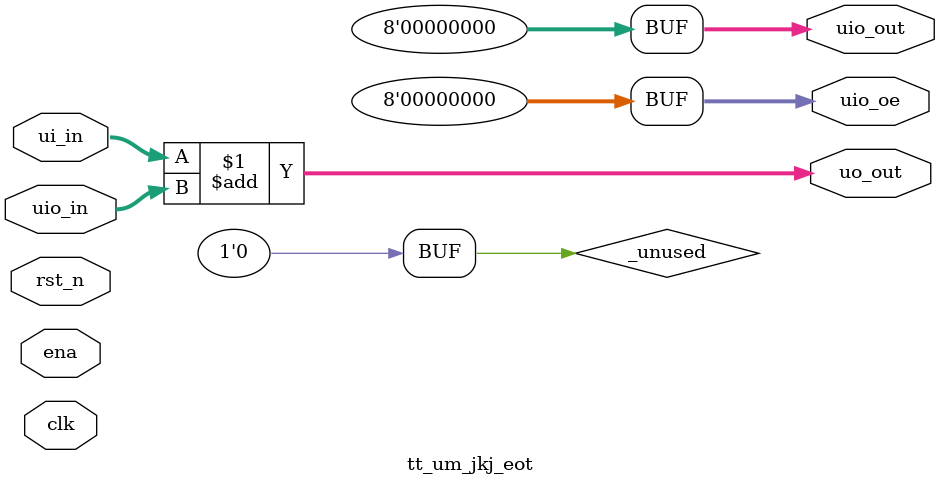
<source format=v>
/*
 * Copyright (c) 2024 Your Name
 * SPDX-License-Identifier: Apache-2.0
 */

`default_nettype none

module tt_um_jkj_eot (
    input  wire [7:0] ui_in,    // Dedicated inputs
    output wire [7:0] uo_out,   // Dedicated outputs
    input  wire [7:0] uio_in,   // IOs: Input path
    output wire [7:0] uio_out,  // IOs: Output path
    output wire [7:0] uio_oe,   // IOs: Enable path (active high: 0=input, 1=output)
    input  wire       ena,      // always 1 when the design is powered, so you can ignore it
    input  wire       clk,      // clock
    input  wire       rst_n     // reset_n - low to reset
);

  // All output pins must be assigned. If not used, assign to 0.
  assign uo_out  = ui_in + uio_in;  // Example: ou_out is the sum of ui_in and uio_in
  assign uio_out = 0;
  assign uio_oe  = 0;

  // List all unused inputs to prevent warnings
  wire _unused = &{ena, clk, rst_n, 1'b0};

endmodule

</source>
